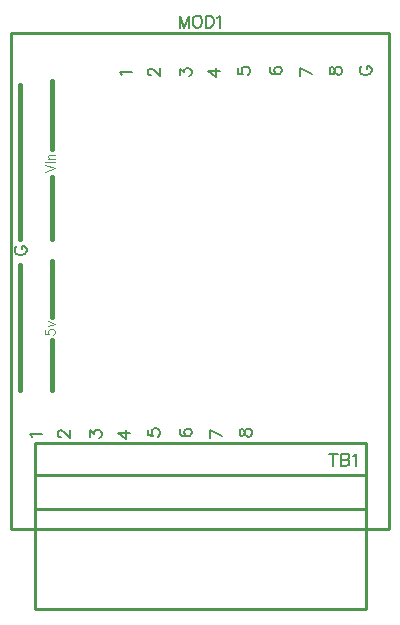
<source format=gbr>
G04 DipTrace 4.0.0.2*
G04 TopSilk.gbr*
%MOIN*%
G04 #@! TF.FileFunction,Legend,Top*
G04 #@! TF.Part,Single*
%ADD10C,0.009843*%
%ADD16C,0.016*%
%ADD37C,0.006176*%
%ADD38C,0.004632*%
%FSLAX26Y26*%
G04*
G70*
G90*
G75*
G01*
G04 TopSilk*
%LPD*%
X-629921Y78740D2*
D10*
Y-1574803D1*
X629921D1*
Y78740D1*
X-629921D1*
X-550591Y-1394906D2*
Y-1509055D1*
X551772D1*
Y-1394906D1*
X-550591D1*
Y-1288583D2*
Y-1839764D1*
X551772D1*
Y-1288583D1*
X-550591D1*
X-600001Y-606249D2*
D16*
X-600000Y-93751D1*
Y-1112500D2*
Y-693751D1*
X-493751Y-306249D2*
Y-81251D1*
Y-606249D2*
Y-400001D1*
Y-868751D2*
Y-681251D1*
Y-1112500D2*
Y-943751D1*
X-560184Y-1266131D2*
D37*
X-562130Y-1262285D1*
X-567834Y-1256537D1*
X-527686D1*
X-515020Y-383654D2*
D38*
X-484876Y-372180D1*
X-515020Y-360706D1*
Y-351442D2*
X-484876D1*
X-504972Y-342179D2*
X-484876D1*
X-499235D2*
X-503546Y-337868D1*
X-504972Y-334983D1*
Y-330705D1*
X-503546Y-327820D1*
X-499235Y-326394D1*
X-484876D1*
X-608327Y-631536D2*
D37*
X-612130Y-633438D1*
X-615977Y-637284D1*
X-617878Y-641087D1*
Y-648736D1*
X-615977Y-652583D1*
X-612130Y-656386D1*
X-608327Y-658331D1*
X-602579Y-660232D1*
X-592985D1*
X-587281Y-658331D1*
X-583434Y-656386D1*
X-579631Y-652583D1*
X-577686Y-648736D1*
Y-641087D1*
X-579631Y-637284D1*
X-583434Y-633438D1*
X-587281Y-631536D1*
X-592985D1*
Y-641087D1*
X-260184Y-59881D2*
X-262130Y-56034D1*
X-267834Y-50286D1*
X-227686D1*
X-164534Y-62635D2*
X-166435D1*
X-170282Y-60733D1*
X-172183Y-58832D1*
X-174084Y-54985D1*
Y-47336D1*
X-172183Y-43533D1*
X-170282Y-41632D1*
X-166435Y-39687D1*
X-162633D1*
X-158786Y-41632D1*
X-153082Y-45435D1*
X-133937Y-64580D1*
Y-37785D1*
X-67834Y-60733D2*
Y-39731D1*
X-52535Y-51183D1*
Y-45435D1*
X-50634Y-41632D1*
X-48733Y-39731D1*
X-42985Y-37785D1*
X-39182D1*
X-33434Y-39731D1*
X-29587Y-43533D1*
X-27686Y-49282D1*
Y-55030D1*
X-29587Y-60733D1*
X-31533Y-62635D1*
X-35335Y-64580D1*
X66063Y-47336D2*
X25916D1*
X52666Y-66482D1*
Y-37786D1*
X125916Y-36933D2*
Y-56034D1*
X143116Y-57935D1*
X141214Y-56034D1*
X139269Y-50286D1*
Y-44582D1*
X141214Y-38834D1*
X145017Y-34987D1*
X150765Y-33086D1*
X154567D1*
X160315Y-34987D1*
X164162Y-38834D1*
X166063Y-44582D1*
Y-50286D1*
X164162Y-56034D1*
X162217Y-57935D1*
X158414Y-59881D1*
X237870Y-35383D2*
X234068Y-37284D1*
X232166Y-43032D1*
Y-46835D1*
X234068Y-52583D1*
X239816Y-56430D1*
X249366Y-58331D1*
X258917D1*
X266566Y-56430D1*
X270413Y-52583D1*
X272314Y-46835D1*
Y-44933D1*
X270413Y-39230D1*
X266566Y-35383D1*
X260818Y-33482D1*
X258917D1*
X253169Y-35383D1*
X249366Y-39230D1*
X247465Y-44933D1*
Y-46835D1*
X249366Y-52583D1*
X253169Y-56430D1*
X258917Y-58331D1*
X372314Y-56931D2*
X332166Y-37785D1*
Y-64580D1*
X432166Y-50682D2*
X434068Y-56386D1*
X437870Y-58331D1*
X441717D1*
X445519Y-56386D1*
X447465Y-52583D1*
X449366Y-44934D1*
X451267Y-39186D1*
X455114Y-35383D1*
X458917Y-33482D1*
X464665D1*
X468467Y-35383D1*
X470413Y-37284D1*
X472314Y-43032D1*
Y-50682D1*
X470413Y-56386D1*
X468467Y-58331D1*
X464665Y-60232D1*
X458917D1*
X455114Y-58331D1*
X451267Y-54484D1*
X449366Y-48781D1*
X447465Y-41131D1*
X445519Y-37284D1*
X441717Y-35383D1*
X437870D1*
X434068Y-37284D1*
X432166Y-43032D1*
Y-50682D1*
X541673Y-31536D2*
X537870Y-33438D1*
X534023Y-37284D1*
X532122Y-41087D1*
Y-48736D1*
X534023Y-52583D1*
X537870Y-56386D1*
X541673Y-58331D1*
X547421Y-60232D1*
X557015D1*
X562719Y-58331D1*
X566566Y-56386D1*
X570369Y-52583D1*
X572314Y-48736D1*
Y-41087D1*
X570369Y-37284D1*
X566566Y-33438D1*
X562719Y-31536D1*
X557015D1*
Y-41087D1*
X-514987Y-910194D2*
D38*
Y-924520D1*
X-502087Y-925945D1*
X-503513Y-924520D1*
X-504972Y-920208D1*
Y-915931D1*
X-503513Y-911620D1*
X-500661Y-908735D1*
X-496350Y-907309D1*
X-493498D1*
X-489187Y-908735D1*
X-486302Y-911620D1*
X-484876Y-915931D1*
Y-920208D1*
X-486302Y-924520D1*
X-487761Y-925945D1*
X-490613Y-927405D1*
X-504972Y-898045D2*
X-484876Y-889423D1*
X-504972Y-880834D1*
X-464534Y-1268885D2*
D37*
X-466435D1*
X-470282Y-1266984D1*
X-472183Y-1265083D1*
X-474084Y-1261236D1*
Y-1253587D1*
X-472183Y-1249784D1*
X-470282Y-1247883D1*
X-466435Y-1245937D1*
X-462633D1*
X-458786Y-1247883D1*
X-453082Y-1251685D1*
X-433937Y-1270831D1*
Y-1244036D1*
X-367834Y-1266984D2*
Y-1245982D1*
X-352535Y-1257433D1*
Y-1251685D1*
X-350634Y-1247883D1*
X-348733Y-1245982D1*
X-342985Y-1244036D1*
X-339182D1*
X-333434Y-1245982D1*
X-329587Y-1249784D1*
X-327686Y-1255532D1*
Y-1261280D1*
X-329587Y-1266984D1*
X-331533Y-1268885D1*
X-335335Y-1270831D1*
X-233937Y-1253587D2*
X-274084D1*
X-247334Y-1272732D1*
Y-1244036D1*
X-174084Y-1243183D2*
Y-1262285D1*
X-156884Y-1264186D1*
X-158786Y-1262285D1*
X-160731Y-1256537D1*
Y-1250833D1*
X-158786Y-1245085D1*
X-154983Y-1241238D1*
X-149235Y-1239337D1*
X-145433D1*
X-139685Y-1241238D1*
X-135838Y-1245085D1*
X-133937Y-1250833D1*
Y-1256537D1*
X-135838Y-1262285D1*
X-137783Y-1264186D1*
X-141586Y-1266131D1*
X-62130Y-1241632D2*
X-65932Y-1243533D1*
X-67834Y-1249282D1*
Y-1253084D1*
X-65932Y-1258832D1*
X-60184Y-1262679D1*
X-50634Y-1264580D1*
X-41083D1*
X-33434Y-1262679D1*
X-29587Y-1258832D1*
X-27686Y-1253084D1*
Y-1251183D1*
X-29587Y-1245479D1*
X-33434Y-1241632D1*
X-39182Y-1239731D1*
X-41083D1*
X-46831Y-1241632D1*
X-50634Y-1245479D1*
X-52535Y-1251183D1*
Y-1253084D1*
X-50634Y-1258832D1*
X-46831Y-1262679D1*
X-41083Y-1264580D1*
X72314Y-1263181D2*
X32166Y-1244036D1*
Y-1270831D1*
X132165Y-1256931D2*
X134066Y-1262635D1*
X137869Y-1264580D1*
X141716D1*
X145518Y-1262635D1*
X147464Y-1258832D1*
X149365Y-1251183D1*
X151266Y-1245435D1*
X155113Y-1241633D1*
X158915Y-1239731D1*
X164663D1*
X168466Y-1241633D1*
X170411Y-1243534D1*
X172313Y-1249282D1*
Y-1256931D1*
X170411Y-1262635D1*
X168466Y-1264580D1*
X164663Y-1266482D1*
X158915D1*
X155113Y-1264580D1*
X151266Y-1260734D1*
X149365Y-1255030D1*
X147464Y-1247381D1*
X145518Y-1243534D1*
X141716Y-1241633D1*
X137869D1*
X134066Y-1243534D1*
X132165Y-1249282D1*
Y-1256931D1*
X-36722Y97127D2*
Y137319D1*
X-52020Y97127D1*
X-67319Y137319D1*
Y97127D1*
X-12874Y137319D2*
X-16721Y135417D1*
X-20524Y131571D1*
X-22469Y127768D1*
X-24370Y122020D1*
Y112425D1*
X-22469Y106721D1*
X-20524Y102875D1*
X-16721Y99072D1*
X-12874Y97127D1*
X-5225D1*
X-1423Y99072D1*
X2424Y102875D1*
X4326Y106721D1*
X6227Y112425D1*
Y122020D1*
X4326Y127768D1*
X2424Y131571D1*
X-1423Y135417D1*
X-5225Y137319D1*
X-12874D1*
X18578D2*
Y97127D1*
X31976D1*
X37724Y99072D1*
X41570Y102875D1*
X43472Y106721D1*
X45373Y112425D1*
Y122020D1*
X43472Y127768D1*
X41570Y131571D1*
X37724Y135417D1*
X31976Y137319D1*
X18578D1*
X57724Y129625D2*
X61571Y131571D1*
X67319Y137274D1*
Y97127D1*
X445044Y-1323754D2*
Y-1363946D1*
X431647Y-1323754D2*
X458442D1*
X470793D2*
Y-1363946D1*
X488037D1*
X493785Y-1362000D1*
X495687Y-1360099D1*
X497588Y-1356296D1*
Y-1350548D1*
X495687Y-1346701D1*
X493785Y-1344800D1*
X488037Y-1342899D1*
X493785Y-1340953D1*
X495687Y-1339052D1*
X497588Y-1335250D1*
Y-1331403D1*
X495687Y-1327600D1*
X493785Y-1325655D1*
X488037Y-1323754D1*
X470793D1*
Y-1342899D2*
X488037D1*
X509939Y-1331447D2*
X513786Y-1329502D1*
X519534Y-1323798D1*
Y-1363946D1*
M02*

</source>
